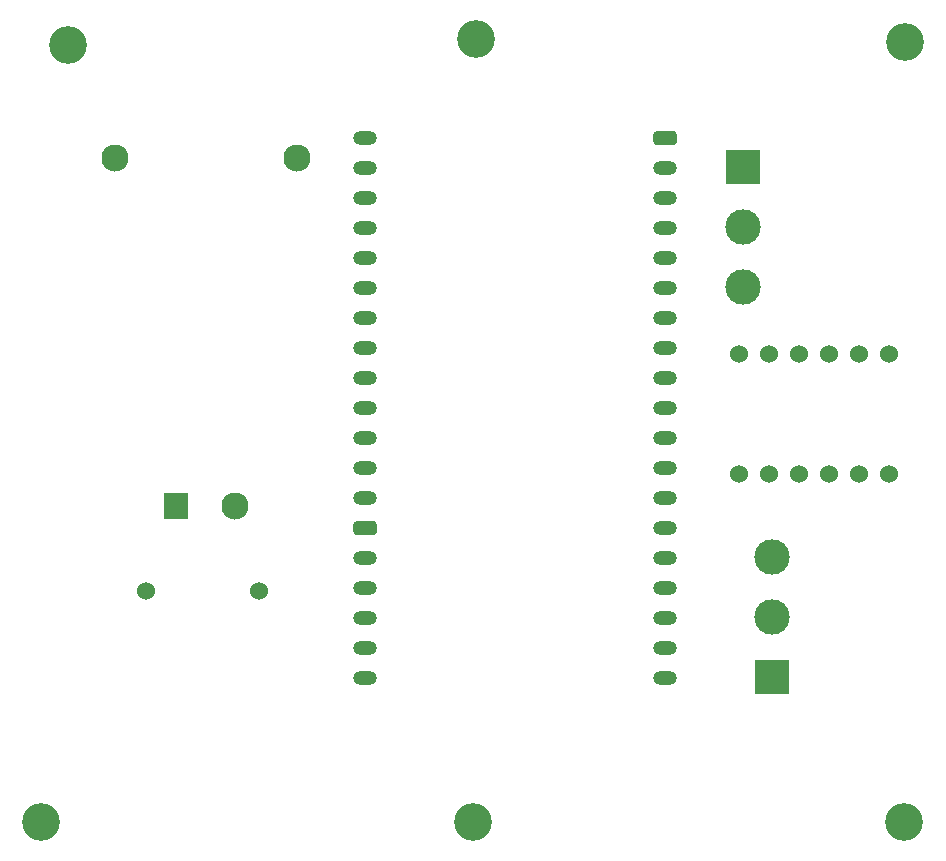
<source format=gbr>
%TF.GenerationSoftware,KiCad,Pcbnew,(5.1.12)-1*%
%TF.CreationDate,2021-12-24T09:33:47+00:00*%
%TF.ProjectId,ledDeviceServerEsp32Pio,6c656444-6576-4696-9365-536572766572,rev?*%
%TF.SameCoordinates,Original*%
%TF.FileFunction,Soldermask,Top*%
%TF.FilePolarity,Negative*%
%FSLAX46Y46*%
G04 Gerber Fmt 4.6, Leading zero omitted, Abs format (unit mm)*
G04 Created by KiCad (PCBNEW (5.1.12)-1) date 2021-12-24 09:33:47*
%MOMM*%
%LPD*%
G01*
G04 APERTURE LIST*
%ADD10C,3.200000*%
%ADD11R,3.000000X3.000000*%
%ADD12C,3.000000*%
%ADD13C,1.524000*%
%ADD14C,2.300000*%
%ADD15R,2.000000X2.300000*%
%ADD16O,2.000000X1.200000*%
G04 APERTURE END LIST*
D10*
%TO.C,H6*%
X87122000Y-16002000D03*
%TD*%
%TO.C,H5*%
X50800000Y-15748000D03*
%TD*%
%TO.C,H4*%
X16256000Y-16256000D03*
%TD*%
%TO.C,H1*%
X14000000Y-82000000D03*
%TD*%
%TO.C,H2*%
X50500000Y-82000000D03*
%TD*%
%TO.C,H3*%
X87000000Y-82000000D03*
%TD*%
D11*
%TO.C,JStrip1*%
X73406000Y-26543000D03*
D12*
X73406000Y-31623000D03*
X73406000Y-36703000D03*
%TD*%
D13*
%TO.C,JAC1*%
X32385000Y-62484000D03*
X22885000Y-62484000D03*
%TD*%
D14*
%TO.C,PS1*%
X20200000Y-25845000D03*
D15*
X25400000Y-55245000D03*
D14*
X30400000Y-55245000D03*
X35600000Y-25845000D03*
%TD*%
D16*
%TO.C,U1*%
X41405680Y-24132720D03*
X41405680Y-26672720D03*
X41405680Y-29212720D03*
X41405680Y-31752720D03*
X41405680Y-34292720D03*
X41405680Y-36832720D03*
X41405680Y-39372720D03*
X41405680Y-41912720D03*
X41405680Y-44452720D03*
X41405680Y-46992720D03*
X41405680Y-49532720D03*
X41405680Y-52072720D03*
X41405680Y-54612720D03*
G36*
G01*
X40705680Y-56552720D02*
X42105680Y-56552720D01*
G75*
G02*
X42405680Y-56852720I0J-300000D01*
G01*
X42405680Y-57452720D01*
G75*
G02*
X42105680Y-57752720I-300000J0D01*
G01*
X40705680Y-57752720D01*
G75*
G02*
X40405680Y-57452720I0J300000D01*
G01*
X40405680Y-56852720D01*
G75*
G02*
X40705680Y-56552720I300000J0D01*
G01*
G37*
X41405680Y-59692720D03*
X41405680Y-62232720D03*
X41405680Y-64772720D03*
X41405680Y-67312720D03*
X41405680Y-69852720D03*
X66802000Y-69850000D03*
X66802000Y-67310000D03*
X66805680Y-64772720D03*
X66805680Y-62232720D03*
X66805680Y-59692720D03*
X66805680Y-57152720D03*
X66805680Y-54612720D03*
X66805680Y-52072720D03*
X66805680Y-49532720D03*
X66805680Y-46992720D03*
X66805680Y-44452720D03*
X66805680Y-41912720D03*
X66805680Y-39372720D03*
X66805680Y-36832720D03*
X66805680Y-34292720D03*
X66805680Y-31752720D03*
X66805680Y-29212720D03*
X66805680Y-26672720D03*
G36*
G01*
X66105680Y-23532720D02*
X67505680Y-23532720D01*
G75*
G02*
X67805680Y-23832720I0J-300000D01*
G01*
X67805680Y-24432720D01*
G75*
G02*
X67505680Y-24732720I-300000J0D01*
G01*
X66105680Y-24732720D01*
G75*
G02*
X65805680Y-24432720I0J300000D01*
G01*
X65805680Y-23832720D01*
G75*
G02*
X66105680Y-23532720I300000J0D01*
G01*
G37*
%TD*%
D13*
%TO.C,U2*%
X73025000Y-52578000D03*
X73025000Y-42418000D03*
X75565000Y-52578000D03*
X75565000Y-42418000D03*
X83185000Y-52578000D03*
X83185000Y-42418000D03*
X85725000Y-52578000D03*
X85725000Y-42418000D03*
X78105000Y-52578000D03*
X78105000Y-42418000D03*
X80645000Y-52578000D03*
X80645000Y-42418000D03*
%TD*%
D11*
%TO.C,JStrip2*%
X75819000Y-69723000D03*
D12*
X75819000Y-64643000D03*
X75819000Y-59563000D03*
%TD*%
M02*

</source>
